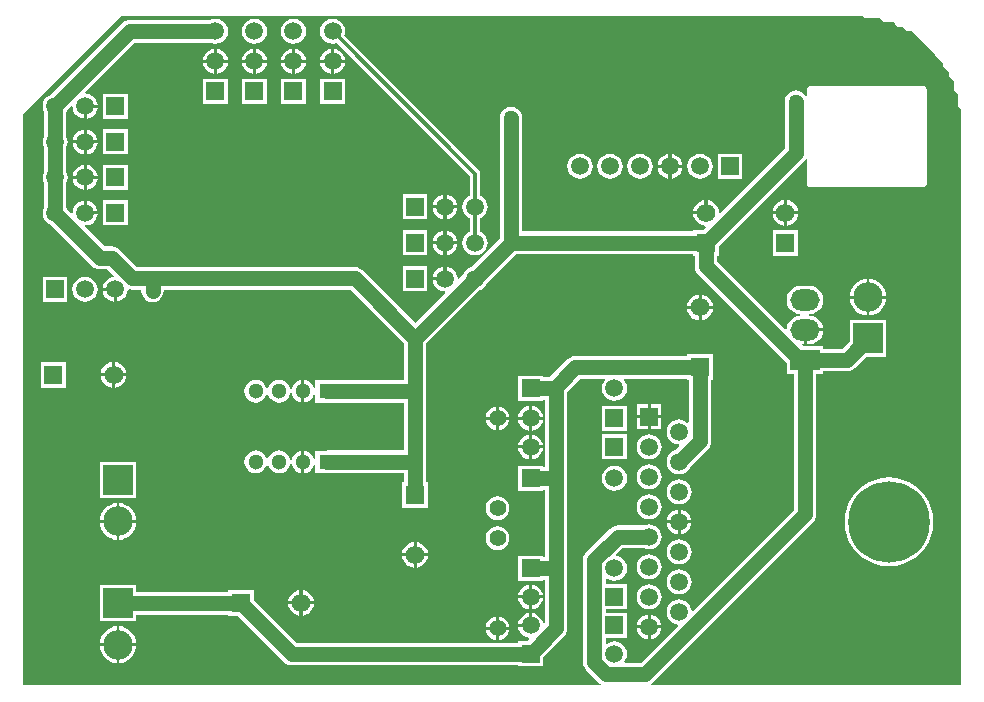
<source format=gbl>
%FSLAX42Y42*%
%MOMM*%
G71*
G01*
G75*
G04 Layer_Physical_Order=2*
G04 Layer_Color=16711680*
%ADD10R,1.55X0.90*%
%ADD11R,0.90X1.55*%
%ADD12R,1.50X1.50*%
%ADD13O,2.40X0.35*%
%ADD14R,1.70X1.00*%
%ADD15R,2.35X0.50*%
%ADD16R,2.50X2.35*%
%ADD17R,1.50X1.50*%
%ADD18R,2.10X1.40*%
%ADD19O,1.75X0.55*%
%ADD20O,0.55X1.75*%
%ADD21R,1.00X1.70*%
%ADD22C,0.30*%
%ADD23C,1.30*%
%ADD24C,1.50*%
%ADD25C,1.57*%
%ADD26R,1.57X1.57*%
%ADD27R,1.30X1.30*%
%ADD28C,1.30*%
%ADD29C,2.50*%
%ADD30R,2.50X2.50*%
%ADD31R,1.57X1.57*%
%ADD32C,6.90*%
%ADD33C,1.40*%
%ADD34R,2.50X1.80*%
%ADD35O,2.50X1.80*%
%ADD36C,1.27*%
G36*
X18618Y13589D02*
X18745D01*
X18771Y13564D01*
X18783Y13551D01*
X18860D01*
X18872Y13538D01*
X18898Y13513D01*
X18936D01*
X18974Y13475D01*
X19012D01*
X19215Y13271D01*
X19279Y13208D01*
Y13195D01*
Y13183D01*
X19304Y13157D01*
X19329Y13132D01*
Y13119D01*
Y13094D01*
X19342Y13081D01*
X19368Y13056D01*
Y13018D01*
Y12979D01*
X19393Y12954D01*
X19406Y12941D01*
Y12890D01*
Y12840D01*
X19418Y12827D01*
X19431Y12814D01*
Y12764D01*
Y12700D01*
Y7938D01*
X16806D01*
X16804Y7950D01*
X16807Y7951D01*
X16826Y7966D01*
X18178Y9318D01*
X18193Y9338D01*
X18203Y9361D01*
X18206Y9386D01*
X18206Y9386D01*
X18206Y9386D01*
Y9386D01*
Y10573D01*
X18265D01*
Y10598D01*
X18463D01*
X18488Y10601D01*
X18511Y10610D01*
X18531Y10626D01*
X18531Y10626D01*
X18531Y10626D01*
X18624Y10719D01*
X18799D01*
Y11029D01*
X18489D01*
Y10855D01*
X18423Y10789D01*
X18265D01*
Y10813D01*
X18093D01*
X18086Y10824D01*
X18087Y10826D01*
X18098D01*
Y10947D01*
X18110D01*
Y10960D01*
X18265D01*
X18262Y10979D01*
X18250Y11008D01*
X18231Y11033D01*
X18206Y11052D01*
X18177Y11064D01*
X18148Y11068D01*
Y11081D01*
X18177Y11084D01*
X18206Y11097D01*
X18231Y11116D01*
X18250Y11141D01*
X18262Y11170D01*
X18266Y11201D01*
X18262Y11233D01*
X18250Y11262D01*
X18231Y11287D01*
X18206Y11306D01*
X18177Y11318D01*
X18145Y11322D01*
X18075D01*
X18044Y11318D01*
X18015Y11306D01*
X17990Y11287D01*
X17970Y11262D01*
X17958Y11233D01*
X17954Y11201D01*
X17958Y11170D01*
X17970Y11141D01*
X17990Y11116D01*
X18015Y11097D01*
X18044Y11084D01*
X18072Y11081D01*
Y11068D01*
X18044Y11064D01*
X18015Y11052D01*
X17990Y11033D01*
X17970Y11008D01*
X17958Y10979D01*
X17955Y10957D01*
X17943Y10953D01*
X17368Y11529D01*
Y11575D01*
X17381D01*
Y11657D01*
X18102Y12378D01*
X18116Y12397D01*
X18128Y12393D01*
Y12186D01*
X18131Y12174D01*
X18137Y12164D01*
X18147Y12157D01*
X18159Y12155D01*
X19109D01*
X19121Y12157D01*
X19131Y12164D01*
X19137Y12174D01*
X19140Y12186D01*
Y12986D01*
X19137Y12997D01*
X19131Y13007D01*
X19121Y13014D01*
X19109Y13016D01*
X18159D01*
X18147Y13014D01*
X18137Y13007D01*
X18131Y12997D01*
X18128Y12986D01*
Y12931D01*
X18116Y12926D01*
X18102Y12946D01*
X18082Y12961D01*
X18059Y12970D01*
X18034Y12974D01*
X18009Y12970D01*
X17986Y12961D01*
X17966Y12946D01*
X17951Y12926D01*
X17941Y12903D01*
X17938Y12878D01*
Y12486D01*
X17393Y11940D01*
X17381Y11944D01*
X17378Y11966D01*
X17367Y11993D01*
X17350Y12016D01*
X17327Y12033D01*
X17300Y12044D01*
X17285Y12046D01*
Y11938D01*
X17272D01*
Y11925D01*
X17164D01*
X17166Y11910D01*
X17177Y11883D01*
X17194Y11860D01*
X17217Y11843D01*
X17244Y11832D01*
X17266Y11829D01*
X17270Y11817D01*
X17245Y11793D01*
X17163D01*
Y11780D01*
X15717D01*
Y12738D01*
X15714Y12763D01*
X15704Y12786D01*
X15689Y12806D01*
X15669Y12821D01*
X15646Y12831D01*
X15621Y12834D01*
X15596Y12831D01*
X15573Y12821D01*
X15553Y12806D01*
X15538Y12786D01*
X15528Y12763D01*
X15525Y12738D01*
Y11724D01*
X15279Y11477D01*
X15263Y11471D01*
X15241Y11454D01*
X15224Y11432D01*
X15218Y11417D01*
X15180Y11378D01*
X15168Y11382D01*
X15164Y11407D01*
X15154Y11432D01*
X15137Y11454D01*
X15115Y11471D01*
X15090Y11481D01*
X15075Y11483D01*
Y11379D01*
X15062D01*
Y11367D01*
X14958D01*
X14960Y11352D01*
X14970Y11326D01*
X14987Y11304D01*
X15009Y11287D01*
X15035Y11277D01*
X15059Y11274D01*
X15063Y11262D01*
X14808Y11007D01*
X14364Y11451D01*
X14344Y11466D01*
X14321Y11476D01*
X14296Y11479D01*
X12455D01*
X12310Y11625D01*
X12290Y11640D01*
X12267Y11650D01*
X12242Y11653D01*
X12181D01*
X12014Y11820D01*
X12018Y11832D01*
X12044Y11836D01*
X12070Y11846D01*
X12092Y11863D01*
X12109Y11885D01*
X12119Y11911D01*
X12121Y11925D01*
X12017D01*
Y11938D01*
X12004D01*
Y12042D01*
X11989Y12040D01*
X11964Y12030D01*
X11942Y12013D01*
X11925Y11991D01*
X11915Y11965D01*
X11911Y11939D01*
X11899Y11935D01*
X11863Y11971D01*
X11856Y11988D01*
Y12189D01*
X11865Y12211D01*
X11869Y12239D01*
X11865Y12266D01*
X11856Y12288D01*
Y12490D01*
X11865Y12512D01*
X11869Y12539D01*
X11865Y12567D01*
X11856Y12589D01*
Y12790D01*
X11861Y12802D01*
X11899Y12841D01*
X11911Y12837D01*
X11915Y12812D01*
X11925Y12787D01*
X11942Y12765D01*
X11964Y12748D01*
X11989Y12737D01*
X12004Y12735D01*
Y12840D01*
X12017D01*
Y12852D01*
X12121D01*
X12119Y12867D01*
X12109Y12893D01*
X12092Y12915D01*
X12070Y12931D01*
X12044Y12942D01*
X12020Y12945D01*
X12016Y12957D01*
X12438Y13379D01*
X13076D01*
X13092Y13372D01*
X13119Y13369D01*
X13147Y13372D01*
X13172Y13383D01*
X13194Y13400D01*
X13211Y13422D01*
X13221Y13447D01*
X13225Y13475D01*
X13221Y13502D01*
X13211Y13528D01*
X13194Y13550D01*
X13172Y13566D01*
X13147Y13577D01*
X13119Y13581D01*
X13092Y13577D01*
X13076Y13571D01*
X12398D01*
X12373Y13567D01*
X12360Y13562D01*
X12350Y13558D01*
X12330Y13542D01*
X11726Y12938D01*
X11710Y12931D01*
X11688Y12915D01*
X11671Y12893D01*
X11661Y12867D01*
X11657Y12840D01*
X11661Y12812D01*
X11664Y12803D01*
Y12576D01*
X11661Y12567D01*
X11657Y12539D01*
X11661Y12512D01*
X11664Y12503D01*
Y12275D01*
X11661Y12266D01*
X11657Y12239D01*
X11661Y12211D01*
X11664Y12202D01*
Y11975D01*
X11661Y11965D01*
X11657Y11938D01*
X11661Y11911D01*
X11671Y11885D01*
X11688Y11863D01*
X11710Y11846D01*
X11721Y11842D01*
X12073Y11489D01*
X12093Y11474D01*
X12103Y11470D01*
X12116Y11464D01*
X12141Y11461D01*
X12202D01*
X12257Y11406D01*
X12253Y11394D01*
X12241Y11393D01*
X12215Y11382D01*
X12193Y11365D01*
X12176Y11343D01*
X12166Y11318D01*
X12164Y11303D01*
X12268D01*
Y11290D01*
X12281D01*
Y11186D01*
X12296Y11188D01*
X12321Y11199D01*
X12343Y11215D01*
X12360Y11237D01*
X12370Y11263D01*
X12374Y11287D01*
X12385Y11293D01*
X12391Y11291D01*
X12391Y11291D01*
X12391Y11291D01*
D01*
X12391Y11291D01*
X12391Y11291D01*
X12416Y11287D01*
X12490D01*
Y11278D01*
X12493Y11253D01*
X12503Y11230D01*
X12518Y11210D01*
X12538Y11195D01*
X12561Y11185D01*
X12586Y11182D01*
X12611Y11185D01*
X12634Y11195D01*
X12653Y11210D01*
X12669Y11230D01*
X12678Y11253D01*
X12682Y11278D01*
Y11287D01*
X14256D01*
X14712Y10832D01*
Y10523D01*
X14059D01*
X14053Y10522D01*
X13964D01*
Y10454D01*
X13951Y10452D01*
X13942Y10475D01*
X13927Y10494D01*
X13907Y10510D01*
X13884Y10519D01*
X13872Y10521D01*
Y10427D01*
Y10333D01*
X13884Y10334D01*
X13907Y10344D01*
X13927Y10359D01*
X13942Y10379D01*
X13951Y10402D01*
X13964Y10399D01*
Y10332D01*
X14053D01*
X14059Y10331D01*
X14712D01*
Y9926D01*
X14059D01*
X14053Y9925D01*
X13964D01*
Y9857D01*
X13951Y9855D01*
X13942Y9878D01*
X13927Y9898D01*
X13907Y9913D01*
X13884Y9922D01*
X13872Y9924D01*
Y9830D01*
Y9736D01*
X13884Y9737D01*
X13907Y9747D01*
X13927Y9762D01*
X13942Y9782D01*
X13951Y9805D01*
X13964Y9802D01*
Y9735D01*
X14053D01*
X14059Y9734D01*
X14712D01*
Y9659D01*
X14699D01*
Y9442D01*
X14917D01*
Y9659D01*
X14904D01*
Y10832D01*
X15354Y11281D01*
X15369Y11287D01*
X15391Y11304D01*
X15408Y11326D01*
X15414Y11342D01*
X15661Y11588D01*
X17163D01*
Y11575D01*
X17176D01*
Y11489D01*
X17179Y11464D01*
X17179Y11464D01*
X17179Y11464D01*
X17189Y11441D01*
X17204Y11421D01*
X17955Y10670D01*
Y10573D01*
X18014D01*
Y9425D01*
X17160Y8571D01*
X17148Y8575D01*
X17146Y8587D01*
X17136Y8613D01*
X17119Y8635D01*
X17097Y8652D01*
X17071Y8662D01*
X17044Y8666D01*
X17016Y8662D01*
X16991Y8652D01*
X16969Y8635D01*
X16952Y8613D01*
X16942Y8587D01*
X16938Y8560D01*
X16942Y8532D01*
X16952Y8507D01*
X16969Y8485D01*
X16991Y8468D01*
X17016Y8458D01*
X17029Y8456D01*
X17033Y8444D01*
X16719Y8130D01*
X16586D01*
X16581Y8141D01*
X16588Y8151D01*
X16599Y8177D01*
X16603Y8204D01*
X16599Y8232D01*
X16588Y8257D01*
X16572Y8279D01*
X16550Y8296D01*
X16524Y8306D01*
X16497Y8310D01*
X16469Y8306D01*
X16444Y8296D01*
X16434Y8288D01*
X16423Y8294D01*
Y8340D01*
X16602D01*
Y8550D01*
X16423D01*
Y8582D01*
X16602D01*
Y8792D01*
X16423D01*
Y8838D01*
X16434Y8844D01*
X16444Y8836D01*
X16469Y8826D01*
X16497Y8822D01*
X16524Y8826D01*
X16550Y8836D01*
X16572Y8853D01*
X16588Y8875D01*
X16599Y8901D01*
X16603Y8928D01*
X16599Y8956D01*
X16588Y8981D01*
X16572Y9003D01*
X16550Y9020D01*
X16524Y9030D01*
X16512Y9032D01*
X16508Y9044D01*
X16563Y9099D01*
X16747D01*
X16762Y9093D01*
X16790Y9089D01*
X16817Y9093D01*
X16843Y9103D01*
X16865Y9120D01*
X16882Y9142D01*
X16892Y9167D01*
X16896Y9195D01*
X16892Y9222D01*
X16882Y9248D01*
X16865Y9270D01*
X16843Y9287D01*
X16817Y9297D01*
X16790Y9301D01*
X16762Y9297D01*
X16747Y9291D01*
X16523D01*
X16498Y9287D01*
X16475Y9278D01*
X16455Y9263D01*
X16259Y9066D01*
X16244Y9046D01*
X16234Y9023D01*
X16231Y8999D01*
Y8134D01*
X16234Y8109D01*
X16234Y8109D01*
X16234Y8109D01*
X16244Y8086D01*
X16259Y8066D01*
X16359Y7966D01*
X16378Y7951D01*
X16381Y7950D01*
X16379Y7938D01*
X11493D01*
Y12776D01*
X12319Y13602D01*
X18605D01*
X18618Y13589D01*
D02*
G37*
%LPC*%
G36*
X15774Y9944D02*
X15682D01*
X15684Y9929D01*
X15695Y9904D01*
X15712Y9882D01*
X15734Y9865D01*
X15759Y9855D01*
X15774Y9853D01*
Y9944D01*
D02*
G37*
G36*
X15891D02*
X15799D01*
Y9853D01*
X15814Y9855D01*
X15840Y9865D01*
X15862Y9882D01*
X15878Y9904D01*
X15889Y9929D01*
X15891Y9944D01*
D02*
G37*
G36*
X16602Y10062D02*
X16392D01*
Y9852D01*
X16602D01*
Y10062D01*
D02*
G37*
G36*
X16790Y10063D02*
X16762Y10059D01*
X16737Y10049D01*
X16715Y10032D01*
X16698Y10010D01*
X16688Y9984D01*
X16684Y9957D01*
X16688Y9929D01*
X16698Y9904D01*
X16715Y9882D01*
X16737Y9865D01*
X16762Y9855D01*
X16790Y9851D01*
X16817Y9855D01*
X16843Y9865D01*
X16865Y9882D01*
X16882Y9904D01*
X16892Y9929D01*
X16896Y9957D01*
X16892Y9984D01*
X16882Y10010D01*
X16865Y10032D01*
X16843Y10049D01*
X16817Y10059D01*
X16790Y10063D01*
D02*
G37*
G36*
X15774Y10061D02*
X15759Y10059D01*
X15734Y10049D01*
X15712Y10032D01*
X15695Y10010D01*
X15684Y9984D01*
X15682Y9969D01*
X15774D01*
Y10061D01*
D02*
G37*
G36*
Y10185D02*
X15682D01*
X15684Y10171D01*
X15695Y10145D01*
X15712Y10123D01*
X15734Y10106D01*
X15759Y10096D01*
X15774Y10094D01*
Y10185D01*
D02*
G37*
G36*
X15891D02*
X15799D01*
Y10094D01*
X15814Y10096D01*
X15840Y10106D01*
X15862Y10123D01*
X15878Y10145D01*
X15889Y10171D01*
X15891Y10185D01*
D02*
G37*
G36*
X15799Y10061D02*
Y9969D01*
X15891D01*
X15889Y9984D01*
X15878Y10010D01*
X15862Y10032D01*
X15840Y10049D01*
X15814Y10059D01*
X15799Y10061D01*
D02*
G37*
G36*
X16602Y10303D02*
X16392D01*
Y10093D01*
X16602D01*
Y10303D01*
D02*
G37*
G36*
X12306Y9479D02*
Y9337D01*
X12448D01*
X12446Y9355D01*
X12437Y9384D01*
X12423Y9411D01*
X12404Y9435D01*
X12380Y9454D01*
X12353Y9468D01*
X12324Y9477D01*
X12306Y9479D01*
D02*
G37*
G36*
X16790Y9555D02*
X16762Y9551D01*
X16737Y9541D01*
X16715Y9524D01*
X16698Y9502D01*
X16688Y9476D01*
X16684Y9449D01*
X16688Y9421D01*
X16698Y9396D01*
X16715Y9374D01*
X16737Y9357D01*
X16762Y9347D01*
X16790Y9343D01*
X16817Y9347D01*
X16843Y9357D01*
X16865Y9374D01*
X16882Y9396D01*
X16892Y9421D01*
X16896Y9449D01*
X16892Y9476D01*
X16882Y9502D01*
X16865Y9524D01*
X16843Y9541D01*
X16817Y9551D01*
X16790Y9555D01*
D02*
G37*
G36*
X15507Y9537D02*
X15481Y9534D01*
X15456Y9523D01*
X15435Y9507D01*
X15419Y9487D01*
X15409Y9462D01*
X15406Y9436D01*
X15409Y9410D01*
X15419Y9386D01*
X15435Y9365D01*
X15456Y9349D01*
X15481Y9339D01*
X15507Y9335D01*
X15533Y9339D01*
X15557Y9349D01*
X15578Y9365D01*
X15594Y9386D01*
X15604Y9410D01*
X15608Y9436D01*
X15604Y9462D01*
X15594Y9487D01*
X15578Y9507D01*
X15557Y9523D01*
X15533Y9534D01*
X15507Y9537D01*
D02*
G37*
G36*
X12281Y9479D02*
X12263Y9477D01*
X12234Y9468D01*
X12207Y9454D01*
X12183Y9435D01*
X12164Y9411D01*
X12150Y9384D01*
X12141Y9355D01*
X12139Y9337D01*
X12281D01*
Y9479D01*
D02*
G37*
G36*
X17044Y9682D02*
X17016Y9678D01*
X16991Y9668D01*
X16969Y9651D01*
X16952Y9629D01*
X16942Y9603D01*
X16938Y9576D01*
X16942Y9548D01*
X16952Y9523D01*
X16969Y9501D01*
X16991Y9484D01*
X17016Y9474D01*
X17044Y9470D01*
X17071Y9474D01*
X17097Y9484D01*
X17119Y9501D01*
X17136Y9523D01*
X17146Y9548D01*
X17150Y9576D01*
X17146Y9603D01*
X17136Y9629D01*
X17119Y9651D01*
X17097Y9668D01*
X17071Y9678D01*
X17044Y9682D01*
D02*
G37*
G36*
X16790Y9809D02*
X16762Y9805D01*
X16737Y9795D01*
X16715Y9778D01*
X16698Y9756D01*
X16688Y9730D01*
X16684Y9703D01*
X16688Y9675D01*
X16698Y9650D01*
X16715Y9628D01*
X16737Y9611D01*
X16762Y9601D01*
X16790Y9597D01*
X16817Y9601D01*
X16843Y9611D01*
X16865Y9628D01*
X16882Y9650D01*
X16892Y9675D01*
X16896Y9703D01*
X16892Y9730D01*
X16882Y9756D01*
X16865Y9778D01*
X16843Y9795D01*
X16817Y9805D01*
X16790Y9809D01*
D02*
G37*
G36*
X13659Y9926D02*
X13634Y9922D01*
X13611Y9913D01*
X13591Y9898D01*
X13576Y9878D01*
X13566Y9855D01*
X13565Y9846D01*
X13553D01*
X13551Y9855D01*
X13542Y9878D01*
X13527Y9898D01*
X13507Y9913D01*
X13484Y9922D01*
X13459Y9926D01*
X13434Y9922D01*
X13411Y9913D01*
X13391Y9898D01*
X13376Y9878D01*
X13366Y9855D01*
X13363Y9830D01*
X13366Y9805D01*
X13376Y9782D01*
X13391Y9762D01*
X13411Y9747D01*
X13434Y9737D01*
X13459Y9734D01*
X13484Y9737D01*
X13507Y9747D01*
X13527Y9762D01*
X13542Y9782D01*
X13551Y9805D01*
X13553Y9813D01*
X13565D01*
X13566Y9805D01*
X13576Y9782D01*
X13591Y9762D01*
X13611Y9747D01*
X13634Y9737D01*
X13659Y9734D01*
X13684Y9737D01*
X13707Y9747D01*
X13727Y9762D01*
X13742Y9782D01*
X13751Y9805D01*
X13753Y9813D01*
X13765D01*
X13766Y9805D01*
X13776Y9782D01*
X13791Y9762D01*
X13811Y9747D01*
X13834Y9737D01*
X13846Y9736D01*
Y9830D01*
Y9924D01*
X13834Y9922D01*
X13811Y9913D01*
X13791Y9898D01*
X13776Y9878D01*
X13766Y9855D01*
X13765Y9846D01*
X13753D01*
X13751Y9855D01*
X13742Y9878D01*
X13727Y9898D01*
X13707Y9913D01*
X13684Y9922D01*
X13659Y9926D01*
D02*
G37*
G36*
X12449Y9830D02*
X12139D01*
Y9520D01*
X12449D01*
Y9830D01*
D02*
G37*
G36*
X16497Y9796D02*
X16469Y9792D01*
X16444Y9782D01*
X16422Y9765D01*
X16405Y9743D01*
X16394Y9718D01*
X16391Y9690D01*
X16394Y9663D01*
X16405Y9637D01*
X16422Y9615D01*
X16444Y9598D01*
X16469Y9588D01*
X16497Y9584D01*
X16524Y9588D01*
X16550Y9598D01*
X16572Y9615D01*
X16588Y9637D01*
X16599Y9663D01*
X16603Y9690D01*
X16599Y9718D01*
X16588Y9743D01*
X16572Y9765D01*
X16550Y9782D01*
X16524Y9792D01*
X16497Y9796D01*
D02*
G37*
G36*
X15494Y10185D02*
X15408D01*
X15409Y10172D01*
X15419Y10148D01*
X15435Y10127D01*
X15456Y10111D01*
X15481Y10101D01*
X15494Y10099D01*
Y10185D01*
D02*
G37*
G36*
X12243Y10554D02*
X12147D01*
X12150Y10538D01*
X12161Y10512D01*
X12178Y10489D01*
X12201Y10471D01*
X12227Y10460D01*
X12243Y10458D01*
Y10554D01*
D02*
G37*
G36*
X12364D02*
X12268D01*
Y10458D01*
X12284Y10460D01*
X12310Y10471D01*
X12333Y10489D01*
X12350Y10512D01*
X12361Y10538D01*
X12364Y10554D01*
D02*
G37*
G36*
X13659Y10523D02*
X13634Y10519D01*
X13611Y10510D01*
X13591Y10494D01*
X13576Y10475D01*
X13566Y10451D01*
X13565Y10443D01*
X13553D01*
X13551Y10451D01*
X13542Y10475D01*
X13527Y10494D01*
X13507Y10510D01*
X13484Y10519D01*
X13459Y10523D01*
X13434Y10519D01*
X13411Y10510D01*
X13391Y10494D01*
X13376Y10475D01*
X13366Y10451D01*
X13363Y10427D01*
X13366Y10402D01*
X13376Y10379D01*
X13391Y10359D01*
X13411Y10344D01*
X13434Y10334D01*
X13459Y10331D01*
X13484Y10334D01*
X13507Y10344D01*
X13527Y10359D01*
X13542Y10379D01*
X13551Y10402D01*
X13553Y10410D01*
X13565D01*
X13566Y10402D01*
X13576Y10379D01*
X13591Y10359D01*
X13611Y10344D01*
X13634Y10334D01*
X13659Y10331D01*
X13684Y10334D01*
X13707Y10344D01*
X13727Y10359D01*
X13742Y10379D01*
X13751Y10402D01*
X13753Y10410D01*
X13765D01*
X13766Y10402D01*
X13776Y10379D01*
X13791Y10359D01*
X13811Y10344D01*
X13834Y10334D01*
X13846Y10333D01*
Y10427D01*
Y10521D01*
X13834Y10519D01*
X13811Y10510D01*
X13791Y10494D01*
X13776Y10475D01*
X13766Y10451D01*
X13765Y10443D01*
X13753D01*
X13751Y10451D01*
X13742Y10475D01*
X13727Y10494D01*
X13707Y10510D01*
X13684Y10519D01*
X13659Y10523D01*
D02*
G37*
G36*
X11856Y10675D02*
X11639D01*
Y10458D01*
X11856D01*
Y10675D01*
D02*
G37*
G36*
X17330Y10739D02*
X17112D01*
Y10726D01*
X16167D01*
X16142Y10722D01*
X16119Y10713D01*
X16099Y10698D01*
X15950Y10548D01*
X15892D01*
Y10557D01*
X15682D01*
Y10347D01*
X15892D01*
Y10356D01*
X15906D01*
Y9786D01*
X15892D01*
Y9795D01*
X15682D01*
Y9585D01*
X15892D01*
Y9594D01*
X15906D01*
Y9024D01*
X15892D01*
Y9033D01*
X15682D01*
Y8823D01*
X15892D01*
Y8832D01*
X15906D01*
Y8465D01*
X15896Y8458D01*
X15891Y8460D01*
X15889Y8473D01*
X15878Y8498D01*
X15862Y8520D01*
X15840Y8537D01*
X15814Y8548D01*
X15799Y8550D01*
Y8446D01*
X15787D01*
Y8433D01*
X15682D01*
X15684Y8418D01*
X15695Y8393D01*
X15712Y8371D01*
X15734Y8354D01*
X15759Y8343D01*
X15772Y8341D01*
X15776Y8329D01*
X15756Y8309D01*
X15682D01*
Y8300D01*
X13806D01*
X13444Y8663D01*
Y8745D01*
X13226D01*
Y8729D01*
X12449D01*
Y8788D01*
X12139D01*
Y8478D01*
X12449D01*
Y8537D01*
X13226D01*
Y8527D01*
X13308D01*
X13699Y8136D01*
X13719Y8121D01*
D01*
D01*
Y8121D01*
X13719Y8121D01*
D01*
D01*
X13719D01*
Y8121D01*
D01*
X13719D01*
Y8121D01*
X13742Y8112D01*
X13767Y8108D01*
X15682D01*
Y8099D01*
X15892D01*
Y8174D01*
X16070Y8352D01*
X16085Y8372D01*
X16095Y8395D01*
X16098Y8419D01*
Y8928D01*
Y9690D01*
Y10425D01*
X16207Y10534D01*
X16413D01*
X16419Y10523D01*
X16405Y10505D01*
X16394Y10480D01*
X16391Y10452D01*
X16394Y10425D01*
X16405Y10399D01*
X16422Y10377D01*
X16444Y10360D01*
X16469Y10350D01*
X16497Y10346D01*
X16524Y10350D01*
X16550Y10360D01*
X16572Y10377D01*
X16588Y10399D01*
X16599Y10425D01*
X16603Y10452D01*
X16599Y10480D01*
X16588Y10505D01*
X16575Y10523D01*
X16581Y10534D01*
X17112D01*
Y10521D01*
X17125D01*
Y10168D01*
X17114Y10162D01*
X17097Y10176D01*
X17071Y10186D01*
X17044Y10190D01*
X17016Y10186D01*
X16991Y10176D01*
X16969Y10159D01*
X16952Y10137D01*
X16942Y10111D01*
X16938Y10084D01*
X16942Y10056D01*
X16952Y10031D01*
X16969Y10009D01*
X16991Y9992D01*
X17016Y9982D01*
X17041Y9978D01*
X17045Y9966D01*
X17007Y9928D01*
X16991Y9922D01*
X16969Y9905D01*
X16952Y9883D01*
X16942Y9857D01*
X16938Y9830D01*
X16942Y9802D01*
X16952Y9777D01*
X16969Y9755D01*
X16991Y9738D01*
X17016Y9728D01*
X17044Y9724D01*
X17071Y9728D01*
X17097Y9738D01*
X17119Y9755D01*
X17136Y9777D01*
X17142Y9792D01*
X17289Y9939D01*
X17304Y9959D01*
X17308Y9969D01*
X17314Y9982D01*
X17317Y10007D01*
Y10521D01*
X17330D01*
Y10739D01*
D02*
G37*
G36*
X18265Y10935D02*
X18123D01*
Y10826D01*
X18145D01*
X18177Y10830D01*
X18206Y10843D01*
X18231Y10862D01*
X18250Y10887D01*
X18262Y10916D01*
X18265Y10935D01*
D02*
G37*
G36*
X17209Y11125D02*
X17113D01*
X17115Y11110D01*
X17126Y11083D01*
X17144Y11060D01*
X17166Y11043D01*
X17193Y11032D01*
X17209Y11030D01*
Y11125D01*
D02*
G37*
G36*
X12243Y10674D02*
X12227Y10672D01*
X12201Y10661D01*
X12178Y10644D01*
X12161Y10621D01*
X12150Y10595D01*
X12147Y10579D01*
X12243D01*
Y10674D01*
D02*
G37*
G36*
X12268D02*
Y10579D01*
X12364D01*
X12361Y10595D01*
X12350Y10621D01*
X12333Y10644D01*
X12310Y10661D01*
X12284Y10672D01*
X12268Y10674D01*
D02*
G37*
G36*
X16895Y10198D02*
X16803D01*
Y10106D01*
X16895D01*
Y10198D01*
D02*
G37*
G36*
X15494Y10297D02*
X15481Y10296D01*
X15456Y10285D01*
X15435Y10269D01*
X15419Y10249D01*
X15409Y10224D01*
X15408Y10211D01*
X15494D01*
Y10297D01*
D02*
G37*
G36*
X15606Y10185D02*
X15519D01*
Y10099D01*
X15533Y10101D01*
X15557Y10111D01*
X15578Y10127D01*
X15594Y10148D01*
X15604Y10172D01*
X15606Y10185D01*
D02*
G37*
G36*
X16777Y10198D02*
X16685D01*
Y10106D01*
X16777D01*
Y10198D01*
D02*
G37*
G36*
X15519Y10297D02*
Y10211D01*
X15606D01*
X15604Y10224D01*
X15594Y10249D01*
X15578Y10269D01*
X15557Y10285D01*
X15533Y10296D01*
X15519Y10297D01*
D02*
G37*
G36*
X16777Y10316D02*
X16685D01*
Y10224D01*
X16777D01*
Y10316D01*
D02*
G37*
G36*
X16895D02*
X16803D01*
Y10224D01*
X16895D01*
Y10316D01*
D02*
G37*
G36*
X15774Y10302D02*
X15759Y10300D01*
X15734Y10290D01*
X15712Y10273D01*
X15695Y10251D01*
X15684Y10226D01*
X15682Y10211D01*
X15774D01*
Y10302D01*
D02*
G37*
G36*
X15799D02*
Y10211D01*
X15891D01*
X15889Y10226D01*
X15878Y10251D01*
X15862Y10273D01*
X15840Y10290D01*
X15814Y10300D01*
X15799Y10302D01*
D02*
G37*
G36*
X16803Y8537D02*
Y8446D01*
X16894D01*
X16892Y8460D01*
X16882Y8486D01*
X16865Y8508D01*
X16843Y8525D01*
X16817Y8535D01*
X16803Y8537D01*
D02*
G37*
G36*
X15774Y8550D02*
X15759Y8548D01*
X15734Y8537D01*
X15712Y8520D01*
X15695Y8498D01*
X15684Y8473D01*
X15682Y8458D01*
X15774D01*
Y8550D01*
D02*
G37*
G36*
X15519Y8519D02*
Y8433D01*
X15606D01*
X15604Y8446D01*
X15594Y8471D01*
X15578Y8491D01*
X15557Y8507D01*
X15533Y8518D01*
X15519Y8519D01*
D02*
G37*
G36*
X16777Y8537D02*
X16762Y8535D01*
X16737Y8525D01*
X16715Y8508D01*
X16698Y8486D01*
X16688Y8460D01*
X16686Y8446D01*
X16777D01*
Y8537D01*
D02*
G37*
G36*
X13830Y8623D02*
X13735D01*
X13737Y8608D01*
X13748Y8581D01*
X13765Y8558D01*
X13788Y8541D01*
X13815Y8530D01*
X13830Y8528D01*
Y8623D01*
D02*
G37*
G36*
X15774Y8674D02*
X15682D01*
X15684Y8659D01*
X15695Y8634D01*
X15712Y8612D01*
X15734Y8595D01*
X15759Y8585D01*
X15774Y8583D01*
Y8674D01*
D02*
G37*
G36*
X15891D02*
X15799D01*
Y8583D01*
X15814Y8585D01*
X15840Y8595D01*
X15862Y8612D01*
X15878Y8634D01*
X15889Y8659D01*
X15891Y8674D01*
D02*
G37*
G36*
X13951Y8623D02*
X13856D01*
Y8528D01*
X13871Y8530D01*
X13898Y8541D01*
X13921Y8558D01*
X13938Y8581D01*
X13949Y8608D01*
X13951Y8623D01*
D02*
G37*
G36*
X16790Y8793D02*
X16762Y8789D01*
X16737Y8779D01*
X16715Y8762D01*
X16698Y8740D01*
X16688Y8714D01*
X16684Y8687D01*
X16688Y8659D01*
X16698Y8634D01*
X16715Y8612D01*
X16737Y8595D01*
X16762Y8585D01*
X16790Y8581D01*
X16817Y8585D01*
X16843Y8595D01*
X16865Y8612D01*
X16882Y8634D01*
X16892Y8659D01*
X16896Y8687D01*
X16892Y8714D01*
X16882Y8740D01*
X16865Y8762D01*
X16843Y8779D01*
X16817Y8789D01*
X16790Y8793D01*
D02*
G37*
G36*
X12281Y8438D02*
X12263Y8436D01*
X12234Y8427D01*
X12207Y8413D01*
X12183Y8393D01*
X12164Y8370D01*
X12150Y8343D01*
X12141Y8314D01*
X12139Y8296D01*
X12281D01*
Y8438D01*
D02*
G37*
G36*
X12306D02*
Y8296D01*
X12448D01*
X12446Y8314D01*
X12437Y8343D01*
X12423Y8370D01*
X12404Y8393D01*
X12380Y8413D01*
X12353Y8427D01*
X12324Y8436D01*
X12306Y8438D01*
D02*
G37*
G36*
X12281Y8271D02*
X12139D01*
X12141Y8253D01*
X12150Y8224D01*
X12164Y8197D01*
X12183Y8173D01*
X12207Y8154D01*
X12234Y8139D01*
X12263Y8130D01*
X12281Y8129D01*
Y8271D01*
D02*
G37*
G36*
X12448D02*
X12306D01*
Y8129D01*
X12324Y8130D01*
X12353Y8139D01*
X12380Y8154D01*
X12404Y8173D01*
X12423Y8197D01*
X12437Y8224D01*
X12446Y8253D01*
X12448Y8271D01*
D02*
G37*
G36*
X15494Y8407D02*
X15408D01*
X15409Y8394D01*
X15419Y8370D01*
X15435Y8349D01*
X15456Y8333D01*
X15481Y8323D01*
X15494Y8321D01*
Y8407D01*
D02*
G37*
G36*
X16894Y8420D02*
X16803D01*
Y8329D01*
X16817Y8331D01*
X16843Y8341D01*
X16865Y8358D01*
X16882Y8380D01*
X16892Y8405D01*
X16894Y8420D01*
D02*
G37*
G36*
X15494Y8519D02*
X15481Y8518D01*
X15456Y8507D01*
X15435Y8491D01*
X15419Y8471D01*
X15409Y8446D01*
X15408Y8433D01*
X15494D01*
Y8519D01*
D02*
G37*
G36*
X15606Y8407D02*
X15519D01*
Y8321D01*
X15533Y8323D01*
X15557Y8333D01*
X15578Y8349D01*
X15594Y8370D01*
X15604Y8394D01*
X15606Y8407D01*
D02*
G37*
G36*
X16777Y8420D02*
X16686D01*
X16688Y8405D01*
X16698Y8380D01*
X16715Y8358D01*
X16737Y8341D01*
X16762Y8331D01*
X16777Y8329D01*
Y8420D01*
D02*
G37*
G36*
X13830Y8744D02*
X13815Y8742D01*
X13788Y8731D01*
X13765Y8714D01*
X13748Y8691D01*
X13737Y8664D01*
X13735Y8649D01*
X13830D01*
Y8744D01*
D02*
G37*
G36*
X15507Y9283D02*
X15481Y9280D01*
X15456Y9269D01*
X15435Y9253D01*
X15419Y9233D01*
X15409Y9208D01*
X15406Y9182D01*
X15409Y9156D01*
X15419Y9132D01*
X15435Y9111D01*
X15456Y9095D01*
X15481Y9085D01*
X15507Y9081D01*
X15533Y9085D01*
X15557Y9095D01*
X15578Y9111D01*
X15594Y9132D01*
X15604Y9156D01*
X15608Y9182D01*
X15604Y9208D01*
X15594Y9233D01*
X15578Y9253D01*
X15557Y9269D01*
X15533Y9280D01*
X15507Y9283D01*
D02*
G37*
G36*
X12281Y9312D02*
X12139D01*
X12141Y9294D01*
X12150Y9265D01*
X12164Y9238D01*
X12183Y9214D01*
X12207Y9195D01*
X12234Y9181D01*
X12263Y9172D01*
X12281Y9170D01*
Y9312D01*
D02*
G37*
G36*
X14796Y9150D02*
X14780Y9148D01*
X14753Y9137D01*
X14731Y9120D01*
X14713Y9097D01*
X14702Y9071D01*
X14700Y9055D01*
X14796D01*
Y9150D01*
D02*
G37*
G36*
X14821D02*
Y9055D01*
X14916D01*
X14914Y9071D01*
X14903Y9097D01*
X14886Y9120D01*
X14863Y9137D01*
X14837Y9148D01*
X14821Y9150D01*
D02*
G37*
G36*
X12448Y9312D02*
X12306D01*
Y9170D01*
X12324Y9172D01*
X12353Y9181D01*
X12380Y9195D01*
X12404Y9214D01*
X12423Y9238D01*
X12437Y9265D01*
X12446Y9294D01*
X12448Y9312D01*
D02*
G37*
G36*
X17031Y9426D02*
X17016Y9424D01*
X16991Y9414D01*
X16969Y9397D01*
X16952Y9375D01*
X16942Y9349D01*
X16940Y9335D01*
X17031D01*
Y9426D01*
D02*
G37*
G36*
X17057D02*
Y9335D01*
X17148D01*
X17146Y9349D01*
X17136Y9375D01*
X17119Y9397D01*
X17097Y9414D01*
X17071Y9424D01*
X17057Y9426D01*
D02*
G37*
G36*
X17031Y9309D02*
X16940D01*
X16942Y9294D01*
X16952Y9269D01*
X16969Y9247D01*
X16991Y9230D01*
X17016Y9220D01*
X17031Y9218D01*
Y9309D01*
D02*
G37*
G36*
X17148D02*
X17057D01*
Y9218D01*
X17071Y9220D01*
X17097Y9230D01*
X17119Y9247D01*
X17136Y9269D01*
X17146Y9294D01*
X17148Y9309D01*
D02*
G37*
G36*
X15799Y8791D02*
Y8700D01*
X15891D01*
X15889Y8714D01*
X15878Y8740D01*
X15862Y8762D01*
X15840Y8779D01*
X15814Y8789D01*
X15799Y8791D01*
D02*
G37*
G36*
X17044Y8920D02*
X17016Y8916D01*
X16991Y8906D01*
X16969Y8889D01*
X16952Y8867D01*
X16942Y8841D01*
X16938Y8814D01*
X16942Y8786D01*
X16952Y8761D01*
X16969Y8739D01*
X16991Y8722D01*
X17016Y8712D01*
X17044Y8708D01*
X17071Y8712D01*
X17097Y8722D01*
X17119Y8739D01*
X17136Y8761D01*
X17146Y8786D01*
X17150Y8814D01*
X17146Y8841D01*
X17136Y8867D01*
X17119Y8889D01*
X17097Y8906D01*
X17071Y8916D01*
X17044Y8920D01*
D02*
G37*
G36*
X13856Y8744D02*
Y8649D01*
X13951D01*
X13949Y8664D01*
X13938Y8691D01*
X13921Y8714D01*
X13898Y8731D01*
X13871Y8742D01*
X13856Y8744D01*
D02*
G37*
G36*
X15774Y8791D02*
X15759Y8789D01*
X15734Y8779D01*
X15712Y8762D01*
X15695Y8740D01*
X15684Y8714D01*
X15682Y8700D01*
X15774D01*
Y8791D01*
D02*
G37*
G36*
X16790Y9047D02*
X16762Y9043D01*
X16737Y9033D01*
X16715Y9016D01*
X16698Y8994D01*
X16688Y8968D01*
X16684Y8941D01*
X16688Y8913D01*
X16698Y8888D01*
X16715Y8866D01*
X16737Y8849D01*
X16762Y8839D01*
X16790Y8835D01*
X16817Y8839D01*
X16843Y8849D01*
X16865Y8866D01*
X16882Y8888D01*
X16892Y8913D01*
X16896Y8941D01*
X16892Y8968D01*
X16882Y8994D01*
X16865Y9016D01*
X16843Y9033D01*
X16817Y9043D01*
X16790Y9047D01*
D02*
G37*
G36*
X18821Y9698D02*
X18762Y9693D01*
X18705Y9680D01*
X18650Y9657D01*
X18600Y9626D01*
X18555Y9588D01*
X18517Y9543D01*
X18486Y9493D01*
X18463Y9438D01*
X18449Y9381D01*
X18445Y9322D01*
X18449Y9263D01*
X18463Y9206D01*
X18486Y9151D01*
X18517Y9101D01*
X18555Y9056D01*
X18600Y9017D01*
X18650Y8987D01*
X18705Y8964D01*
X18762Y8950D01*
X18821Y8946D01*
X18880Y8950D01*
X18937Y8964D01*
X18992Y8987D01*
X19042Y9017D01*
X19087Y9056D01*
X19125Y9101D01*
X19156Y9151D01*
X19179Y9206D01*
X19192Y9263D01*
X19197Y9322D01*
X19192Y9381D01*
X19179Y9438D01*
X19156Y9493D01*
X19125Y9543D01*
X19087Y9588D01*
X19042Y9626D01*
X18992Y9657D01*
X18937Y9680D01*
X18880Y9693D01*
X18821Y9698D01*
D02*
G37*
G36*
X17044Y9174D02*
X17016Y9170D01*
X16991Y9160D01*
X16969Y9143D01*
X16952Y9121D01*
X16942Y9095D01*
X16938Y9068D01*
X16942Y9040D01*
X16952Y9015D01*
X16969Y8993D01*
X16991Y8976D01*
X17016Y8966D01*
X17044Y8962D01*
X17071Y8966D01*
X17097Y8976D01*
X17119Y8993D01*
X17136Y9015D01*
X17146Y9040D01*
X17150Y9068D01*
X17146Y9095D01*
X17136Y9121D01*
X17119Y9143D01*
X17097Y9160D01*
X17071Y9170D01*
X17044Y9174D01*
D02*
G37*
G36*
X14796Y9030D02*
X14700D01*
X14702Y9014D01*
X14713Y8988D01*
X14731Y8965D01*
X14753Y8947D01*
X14780Y8936D01*
X14796Y8934D01*
Y9030D01*
D02*
G37*
G36*
X14916D02*
X14821D01*
Y8934D01*
X14837Y8936D01*
X14863Y8947D01*
X14886Y8965D01*
X14903Y8988D01*
X14914Y9014D01*
X14916Y9030D01*
D02*
G37*
G36*
X12004Y12643D02*
X11989Y12641D01*
X11964Y12631D01*
X11942Y12614D01*
X11925Y12592D01*
X11915Y12567D01*
X11913Y12552D01*
X12004D01*
Y12643D01*
D02*
G37*
G36*
X12030D02*
Y12552D01*
X12121D01*
X12119Y12567D01*
X12109Y12592D01*
X12092Y12614D01*
X12070Y12631D01*
X12044Y12641D01*
X12030Y12643D01*
D02*
G37*
G36*
X12004Y12526D02*
X11913D01*
X11915Y12512D01*
X11925Y12486D01*
X11942Y12464D01*
X11964Y12447D01*
X11989Y12437D01*
X12004Y12435D01*
Y12526D01*
D02*
G37*
G36*
X12121D02*
X12030D01*
Y12435D01*
X12044Y12437D01*
X12070Y12447D01*
X12092Y12464D01*
X12109Y12486D01*
X12119Y12512D01*
X12121Y12526D01*
D02*
G37*
G36*
X12376Y12945D02*
X12166D01*
Y12735D01*
X12376D01*
Y12945D01*
D02*
G37*
G36*
X13554Y13072D02*
X13344D01*
Y12862D01*
X13554D01*
Y13072D01*
D02*
G37*
G36*
X13885D02*
X13674D01*
Y12862D01*
X13885D01*
Y13072D01*
D02*
G37*
G36*
X12121Y12827D02*
X12030D01*
Y12735D01*
X12044Y12737D01*
X12070Y12748D01*
X12092Y12765D01*
X12109Y12787D01*
X12119Y12812D01*
X12121Y12827D01*
D02*
G37*
G36*
X13224Y13072D02*
X13014D01*
Y12862D01*
X13224D01*
Y13072D01*
D02*
G37*
G36*
X16954Y12319D02*
X16863D01*
X16865Y12304D01*
X16875Y12279D01*
X16892Y12257D01*
X16914Y12240D01*
X16940Y12229D01*
X16954Y12227D01*
Y12319D01*
D02*
G37*
G36*
X17071D02*
X16980D01*
Y12227D01*
X16995Y12229D01*
X17020Y12240D01*
X17042Y12257D01*
X17059Y12279D01*
X17069Y12304D01*
X17071Y12319D01*
D02*
G37*
G36*
X17221Y12438D02*
X17194Y12434D01*
X17168Y12423D01*
X17146Y12407D01*
X17129Y12385D01*
X17119Y12359D01*
X17115Y12332D01*
X17119Y12304D01*
X17129Y12279D01*
X17146Y12257D01*
X17168Y12240D01*
X17194Y12229D01*
X17221Y12226D01*
X17249Y12229D01*
X17274Y12240D01*
X17296Y12257D01*
X17313Y12279D01*
X17323Y12304D01*
X17327Y12332D01*
X17323Y12359D01*
X17313Y12385D01*
X17296Y12407D01*
X17274Y12423D01*
X17249Y12434D01*
X17221Y12438D01*
D02*
G37*
G36*
X17580Y12437D02*
X17370D01*
Y12227D01*
X17580D01*
Y12437D01*
D02*
G37*
G36*
X12004Y12343D02*
X11989Y12341D01*
X11964Y12330D01*
X11942Y12313D01*
X11925Y12292D01*
X11915Y12266D01*
X11913Y12251D01*
X12004D01*
Y12343D01*
D02*
G37*
G36*
X16980Y12436D02*
Y12344D01*
X17071D01*
X17069Y12359D01*
X17059Y12385D01*
X17042Y12407D01*
X17020Y12423D01*
X16995Y12434D01*
X16980Y12436D01*
D02*
G37*
G36*
X12376Y12644D02*
X12166D01*
Y12434D01*
X12376D01*
Y12644D01*
D02*
G37*
G36*
X12030Y12343D02*
Y12251D01*
X12121D01*
X12119Y12266D01*
X12109Y12292D01*
X12092Y12313D01*
X12070Y12330D01*
X12044Y12341D01*
X12030Y12343D01*
D02*
G37*
G36*
X16954Y12436D02*
X16940Y12434D01*
X16914Y12423D01*
X16892Y12407D01*
X16875Y12385D01*
X16865Y12359D01*
X16863Y12344D01*
X16954D01*
Y12436D01*
D02*
G37*
G36*
X14215Y13072D02*
X14005D01*
Y12862D01*
X14215D01*
Y13072D01*
D02*
G37*
G36*
X13462Y13325D02*
Y13233D01*
X13554D01*
X13552Y13248D01*
X13541Y13274D01*
X13524Y13296D01*
X13502Y13312D01*
X13477Y13323D01*
X13462Y13325D01*
D02*
G37*
G36*
X13767D02*
X13752Y13323D01*
X13727Y13312D01*
X13705Y13296D01*
X13688Y13274D01*
X13677Y13248D01*
X13675Y13233D01*
X13767D01*
Y13325D01*
D02*
G37*
G36*
X13132D02*
Y13233D01*
X13223D01*
X13221Y13248D01*
X13211Y13274D01*
X13194Y13296D01*
X13172Y13312D01*
X13147Y13323D01*
X13132Y13325D01*
D02*
G37*
G36*
X13437D02*
X13422Y13323D01*
X13396Y13312D01*
X13374Y13296D01*
X13358Y13274D01*
X13347Y13248D01*
X13345Y13233D01*
X13437D01*
Y13325D01*
D02*
G37*
G36*
X13792D02*
Y13233D01*
X13884D01*
X13882Y13248D01*
X13871Y13274D01*
X13854Y13296D01*
X13832Y13312D01*
X13807Y13323D01*
X13792Y13325D01*
D02*
G37*
G36*
X13449Y13581D02*
X13422Y13577D01*
X13396Y13566D01*
X13374Y13550D01*
X13358Y13528D01*
X13347Y13502D01*
X13343Y13475D01*
X13347Y13447D01*
X13358Y13422D01*
X13374Y13400D01*
X13396Y13383D01*
X13422Y13372D01*
X13449Y13369D01*
X13477Y13372D01*
X13502Y13383D01*
X13524Y13400D01*
X13541Y13422D01*
X13552Y13447D01*
X13555Y13475D01*
X13552Y13502D01*
X13541Y13528D01*
X13524Y13550D01*
X13502Y13566D01*
X13477Y13577D01*
X13449Y13581D01*
D02*
G37*
G36*
X13779D02*
X13752Y13577D01*
X13727Y13566D01*
X13705Y13550D01*
X13688Y13528D01*
X13677Y13502D01*
X13674Y13475D01*
X13677Y13447D01*
X13688Y13422D01*
X13705Y13400D01*
X13727Y13383D01*
X13752Y13372D01*
X13779Y13369D01*
X13807Y13372D01*
X13832Y13383D01*
X13854Y13400D01*
X13871Y13422D01*
X13882Y13447D01*
X13885Y13475D01*
X13882Y13502D01*
X13871Y13528D01*
X13854Y13550D01*
X13832Y13566D01*
X13807Y13577D01*
X13779Y13581D01*
D02*
G37*
G36*
X14097Y13325D02*
X14082Y13323D01*
X14057Y13312D01*
X14035Y13296D01*
X14018Y13274D01*
X14007Y13248D01*
X14005Y13233D01*
X14097D01*
Y13325D01*
D02*
G37*
G36*
X14122D02*
Y13233D01*
X14214D01*
X14212Y13248D01*
X14201Y13274D01*
X14185Y13296D01*
X14163Y13312D01*
X14137Y13323D01*
X14122Y13325D01*
D02*
G37*
G36*
X13437Y13208D02*
X13345D01*
X13347Y13193D01*
X13358Y13168D01*
X13374Y13146D01*
X13396Y13129D01*
X13422Y13118D01*
X13437Y13116D01*
Y13208D01*
D02*
G37*
G36*
X13554D02*
X13462D01*
Y13116D01*
X13477Y13118D01*
X13502Y13129D01*
X13524Y13146D01*
X13541Y13168D01*
X13552Y13193D01*
X13554Y13208D01*
D02*
G37*
G36*
X13106D02*
X13015D01*
X13017Y13193D01*
X13027Y13168D01*
X13044Y13146D01*
X13066Y13129D01*
X13092Y13118D01*
X13106Y13116D01*
Y13208D01*
D02*
G37*
G36*
X13223D02*
X13132D01*
Y13116D01*
X13147Y13118D01*
X13172Y13129D01*
X13194Y13146D01*
X13211Y13168D01*
X13221Y13193D01*
X13223Y13208D01*
D02*
G37*
G36*
X13767D02*
X13675D01*
X13677Y13193D01*
X13688Y13168D01*
X13705Y13146D01*
X13727Y13129D01*
X13752Y13118D01*
X13767Y13116D01*
Y13208D01*
D02*
G37*
G36*
X14214D02*
X14122D01*
Y13116D01*
X14137Y13118D01*
X14163Y13129D01*
X14185Y13146D01*
X14201Y13168D01*
X14212Y13193D01*
X14214Y13208D01*
D02*
G37*
G36*
X13106Y13325D02*
X13092Y13323D01*
X13066Y13312D01*
X13044Y13296D01*
X13027Y13274D01*
X13017Y13248D01*
X13015Y13233D01*
X13106D01*
Y13325D01*
D02*
G37*
G36*
X13884Y13208D02*
X13792D01*
Y13116D01*
X13807Y13118D01*
X13832Y13129D01*
X13854Y13146D01*
X13871Y13168D01*
X13882Y13193D01*
X13884Y13208D01*
D02*
G37*
G36*
X14097D02*
X14005D01*
X14007Y13193D01*
X14018Y13168D01*
X14035Y13146D01*
X14057Y13129D01*
X14082Y13118D01*
X14097Y13116D01*
Y13208D01*
D02*
G37*
G36*
X15049Y11483D02*
X15035Y11481D01*
X15009Y11471D01*
X14987Y11454D01*
X14970Y11432D01*
X14960Y11407D01*
X14958Y11392D01*
X15049D01*
Y11483D01*
D02*
G37*
G36*
X18054Y11793D02*
X17836D01*
Y11575D01*
X18054D01*
Y11793D01*
D02*
G37*
G36*
X18656Y11378D02*
Y11237D01*
X18798D01*
X18796Y11254D01*
X18787Y11284D01*
X18773Y11311D01*
X18754Y11334D01*
X18730Y11354D01*
X18703Y11368D01*
X18674Y11377D01*
X18656Y11378D01*
D02*
G37*
G36*
X14913Y11484D02*
X14703D01*
Y11274D01*
X14913D01*
Y11484D01*
D02*
G37*
G36*
X14110Y13581D02*
X14082Y13577D01*
X14057Y13566D01*
X14035Y13550D01*
X14018Y13528D01*
X14007Y13502D01*
X14004Y13475D01*
X14007Y13447D01*
X14018Y13422D01*
X14035Y13400D01*
X14057Y13383D01*
X14082Y13372D01*
X14110Y13369D01*
X14137Y13372D01*
X14144Y13375D01*
X15270Y12249D01*
Y12083D01*
X15263Y12081D01*
X15241Y12064D01*
X15224Y12042D01*
X15214Y12016D01*
X15210Y11989D01*
X15214Y11961D01*
X15224Y11936D01*
X15241Y11914D01*
X15263Y11897D01*
X15270Y11894D01*
Y11779D01*
X15263Y11776D01*
X15241Y11759D01*
X15224Y11737D01*
X15214Y11711D01*
X15210Y11684D01*
X15214Y11657D01*
X15224Y11631D01*
X15241Y11609D01*
X15263Y11592D01*
X15289Y11582D01*
X15316Y11578D01*
X15344Y11582D01*
X15369Y11592D01*
X15391Y11609D01*
X15408Y11631D01*
X15418Y11657D01*
X15422Y11684D01*
X15418Y11711D01*
X15408Y11737D01*
X15391Y11759D01*
X15369Y11776D01*
X15362Y11779D01*
Y11894D01*
X15369Y11897D01*
X15391Y11914D01*
X15408Y11936D01*
X15418Y11961D01*
X15422Y11989D01*
X15418Y12016D01*
X15408Y12042D01*
X15391Y12064D01*
X15369Y12081D01*
X15362Y12083D01*
Y12268D01*
X15359Y12286D01*
X15349Y12301D01*
X14209Y13440D01*
X14212Y13447D01*
X14216Y13475D01*
X14212Y13502D01*
X14201Y13528D01*
X14185Y13550D01*
X14163Y13566D01*
X14137Y13577D01*
X14110Y13581D01*
D02*
G37*
G36*
X15166Y11671D02*
X15075D01*
Y11580D01*
X15090Y11582D01*
X15115Y11592D01*
X15137Y11609D01*
X15154Y11631D01*
X15164Y11657D01*
X15166Y11671D01*
D02*
G37*
G36*
X15049Y11788D02*
X15035Y11786D01*
X15009Y11776D01*
X14987Y11759D01*
X14970Y11737D01*
X14960Y11711D01*
X14958Y11697D01*
X15049D01*
Y11788D01*
D02*
G37*
G36*
X14913Y11789D02*
X14703D01*
Y11579D01*
X14913D01*
Y11789D01*
D02*
G37*
G36*
X15049Y11671D02*
X14958D01*
X14960Y11657D01*
X14970Y11631D01*
X14987Y11609D01*
X15009Y11592D01*
X15035Y11582D01*
X15049Y11580D01*
Y11671D01*
D02*
G37*
G36*
X18798Y11211D02*
X18656D01*
Y11070D01*
X18674Y11071D01*
X18703Y11080D01*
X18730Y11094D01*
X18754Y11114D01*
X18773Y11137D01*
X18787Y11164D01*
X18796Y11194D01*
X18798Y11211D01*
D02*
G37*
G36*
X17209Y11246D02*
X17193Y11244D01*
X17166Y11233D01*
X17144Y11215D01*
X17126Y11193D01*
X17115Y11166D01*
X17113Y11151D01*
X17209D01*
Y11246D01*
D02*
G37*
G36*
X17329Y11125D02*
X17234D01*
Y11030D01*
X17250Y11032D01*
X17276Y11043D01*
X17299Y11060D01*
X17316Y11083D01*
X17327Y11110D01*
X17329Y11125D01*
D02*
G37*
G36*
X18631Y11211D02*
X18489D01*
X18491Y11194D01*
X18500Y11164D01*
X18514Y11137D01*
X18533Y11114D01*
X18557Y11094D01*
X18584Y11080D01*
X18613Y11071D01*
X18631Y11070D01*
Y11211D01*
D02*
G37*
G36*
X17234Y11246D02*
Y11151D01*
X17329D01*
X17327Y11166D01*
X17316Y11193D01*
X17299Y11215D01*
X17276Y11233D01*
X17250Y11244D01*
X17234Y11246D01*
D02*
G37*
G36*
X12256Y11278D02*
X12164D01*
X12166Y11263D01*
X12176Y11237D01*
X12193Y11215D01*
X12215Y11199D01*
X12241Y11188D01*
X12256Y11186D01*
Y11278D01*
D02*
G37*
G36*
X18631Y11378D02*
X18613Y11377D01*
X18584Y11368D01*
X18557Y11354D01*
X18533Y11334D01*
X18514Y11311D01*
X18500Y11284D01*
X18491Y11254D01*
X18489Y11237D01*
X18631D01*
Y11378D01*
D02*
G37*
G36*
X12014Y11396D02*
X11987Y11393D01*
X11961Y11382D01*
X11939Y11365D01*
X11922Y11343D01*
X11912Y11318D01*
X11908Y11290D01*
X11912Y11263D01*
X11922Y11237D01*
X11939Y11215D01*
X11961Y11199D01*
X11987Y11188D01*
X12014Y11184D01*
X12042Y11188D01*
X12067Y11199D01*
X12089Y11215D01*
X12106Y11237D01*
X12116Y11263D01*
X12120Y11290D01*
X12116Y11318D01*
X12106Y11343D01*
X12089Y11365D01*
X12067Y11382D01*
X12042Y11393D01*
X12014Y11396D01*
D02*
G37*
G36*
X11865Y11395D02*
X11655D01*
Y11185D01*
X11865D01*
Y11395D01*
D02*
G37*
G36*
X15075Y11788D02*
Y11697D01*
X15166D01*
X15164Y11711D01*
X15154Y11737D01*
X15137Y11759D01*
X15115Y11776D01*
X15090Y11786D01*
X15075Y11788D01*
D02*
G37*
G36*
Y12093D02*
Y12001D01*
X15166D01*
X15164Y12016D01*
X15154Y12042D01*
X15137Y12064D01*
X15115Y12081D01*
X15090Y12091D01*
X15075Y12093D01*
D02*
G37*
G36*
X12376Y12344D02*
X12166D01*
Y12134D01*
X12376D01*
Y12344D01*
D02*
G37*
G36*
X17958Y12046D02*
Y11951D01*
X18053D01*
X18051Y11966D01*
X18040Y11993D01*
X18023Y12016D01*
X18000Y12033D01*
X17973Y12044D01*
X17958Y12046D01*
D02*
G37*
G36*
X15049Y12093D02*
X15035Y12091D01*
X15009Y12081D01*
X14987Y12064D01*
X14970Y12042D01*
X14960Y12016D01*
X14958Y12001D01*
X15049D01*
Y12093D01*
D02*
G37*
G36*
X12004Y12226D02*
X11913D01*
X11915Y12211D01*
X11925Y12186D01*
X11942Y12164D01*
X11964Y12147D01*
X11989Y12136D01*
X12004Y12134D01*
Y12226D01*
D02*
G37*
G36*
X16459Y12438D02*
X16432Y12434D01*
X16406Y12423D01*
X16384Y12407D01*
X16367Y12385D01*
X16357Y12359D01*
X16353Y12332D01*
X16357Y12304D01*
X16367Y12279D01*
X16384Y12257D01*
X16406Y12240D01*
X16432Y12229D01*
X16459Y12226D01*
X16487Y12229D01*
X16512Y12240D01*
X16534Y12257D01*
X16551Y12279D01*
X16561Y12304D01*
X16565Y12332D01*
X16561Y12359D01*
X16551Y12385D01*
X16534Y12407D01*
X16512Y12423D01*
X16487Y12434D01*
X16459Y12438D01*
D02*
G37*
G36*
X16713D02*
X16686Y12434D01*
X16660Y12423D01*
X16638Y12407D01*
X16621Y12385D01*
X16611Y12359D01*
X16607Y12332D01*
X16611Y12304D01*
X16621Y12279D01*
X16638Y12257D01*
X16660Y12240D01*
X16686Y12229D01*
X16713Y12226D01*
X16741Y12229D01*
X16766Y12240D01*
X16788Y12257D01*
X16805Y12279D01*
X16815Y12304D01*
X16819Y12332D01*
X16815Y12359D01*
X16805Y12385D01*
X16788Y12407D01*
X16766Y12423D01*
X16741Y12434D01*
X16713Y12438D01*
D02*
G37*
G36*
X12121Y12226D02*
X12030D01*
Y12134D01*
X12044Y12136D01*
X12070Y12147D01*
X12092Y12164D01*
X12109Y12186D01*
X12119Y12211D01*
X12121Y12226D01*
D02*
G37*
G36*
X16205Y12438D02*
X16178Y12434D01*
X16152Y12423D01*
X16130Y12407D01*
X16113Y12385D01*
X16103Y12359D01*
X16099Y12332D01*
X16103Y12304D01*
X16113Y12279D01*
X16130Y12257D01*
X16152Y12240D01*
X16178Y12229D01*
X16205Y12226D01*
X16233Y12229D01*
X16258Y12240D01*
X16280Y12257D01*
X16297Y12279D01*
X16307Y12304D01*
X16311Y12332D01*
X16307Y12359D01*
X16297Y12385D01*
X16280Y12407D01*
X16258Y12423D01*
X16233Y12434D01*
X16205Y12438D01*
D02*
G37*
G36*
X12376Y12043D02*
X12166D01*
Y11833D01*
X12376D01*
Y12043D01*
D02*
G37*
G36*
X14913Y12094D02*
X14703D01*
Y11884D01*
X14913D01*
Y12094D01*
D02*
G37*
G36*
X17932Y11925D02*
X17837D01*
X17839Y11910D01*
X17850Y11883D01*
X17868Y11860D01*
X17890Y11843D01*
X17917Y11832D01*
X17932Y11830D01*
Y11925D01*
D02*
G37*
G36*
X18053D02*
X17958D01*
Y11830D01*
X17973Y11832D01*
X18000Y11843D01*
X18023Y11860D01*
X18040Y11883D01*
X18051Y11910D01*
X18053Y11925D01*
D02*
G37*
G36*
X15049Y11976D02*
X14958D01*
X14960Y11961D01*
X14970Y11936D01*
X14987Y11914D01*
X15009Y11897D01*
X15035Y11887D01*
X15049Y11885D01*
Y11976D01*
D02*
G37*
G36*
X17259Y12046D02*
X17244Y12044D01*
X17217Y12033D01*
X17194Y12016D01*
X17177Y11993D01*
X17166Y11966D01*
X17164Y11951D01*
X17259D01*
Y12046D01*
D02*
G37*
G36*
X17932D02*
X17917Y12044D01*
X17890Y12033D01*
X17868Y12016D01*
X17850Y11993D01*
X17839Y11966D01*
X17837Y11951D01*
X17932D01*
Y12046D01*
D02*
G37*
G36*
X15166Y11976D02*
X15075D01*
Y11885D01*
X15090Y11887D01*
X15115Y11897D01*
X15137Y11914D01*
X15154Y11936D01*
X15164Y11961D01*
X15166Y11976D01*
D02*
G37*
G36*
X12030Y12042D02*
Y11951D01*
X12121D01*
X12119Y11965D01*
X12109Y11991D01*
X12092Y12013D01*
X12070Y12030D01*
X12044Y12040D01*
X12030Y12042D01*
D02*
G37*
%LPD*%
D12*
X12271Y12840D02*
D03*
X14808Y11379D02*
D03*
X17475Y12332D02*
D03*
X12271Y12539D02*
D03*
Y12239D02*
D03*
X14808Y11989D02*
D03*
X11760Y11290D02*
D03*
X12271Y11938D02*
D03*
X14808Y11684D02*
D03*
X15787Y10452D02*
D03*
Y9690D02*
D03*
Y8928D02*
D03*
Y8204D02*
D03*
X16497Y10198D02*
D03*
Y9957D02*
D03*
Y8687D02*
D03*
Y8446D02*
D03*
D17*
X13119Y12967D02*
D03*
X13449D02*
D03*
X13779D02*
D03*
X14110D02*
D03*
X16790Y10211D02*
D03*
D22*
X15316Y11989D02*
Y12268D01*
Y11684D02*
Y11989D01*
X14110Y13475D02*
X15316Y12268D01*
D23*
X12586Y11383D02*
X14296D01*
X12416D02*
X12586D01*
Y11278D02*
Y11383D01*
X12141Y11557D02*
X12242D01*
X12416Y11383D01*
X11760Y11938D02*
Y12837D01*
Y11938D02*
X12141Y11557D01*
X18068Y10693D02*
X18110D01*
Y9386D02*
Y10693D01*
X16759Y8034D02*
X18110Y9386D01*
X16426Y8034D02*
X16759D01*
X16327Y8134D02*
X16426Y8034D01*
X16327Y8134D02*
Y8999D01*
X16523Y9195D01*
X16790D01*
X15787Y8928D02*
X16002D01*
Y9690D01*
Y8419D02*
Y8928D01*
X15787Y9690D02*
X16002D01*
Y10465D01*
X15787Y10452D02*
X15989D01*
X16167Y10630D02*
X17221D01*
X16002Y10465D02*
X16167Y10630D01*
X15787Y8204D02*
X16002Y8419D01*
X18034Y12446D02*
Y12878D01*
X17272Y11684D02*
X18034Y12446D01*
X15621Y11684D02*
Y12738D01*
X14296Y11383D02*
X14808Y10871D01*
X11763Y12840D02*
X12398Y13475D01*
X11760Y12837D02*
X11763Y12840D01*
X12398Y13475D02*
X13119D01*
X14808Y9550D02*
Y10871D01*
X14059Y9830D02*
X14796D01*
X14059Y10427D02*
X14796D01*
X14808Y10871D02*
X15316Y11379D01*
X15621Y11684D01*
X17272D01*
Y11489D02*
Y11684D01*
Y11489D02*
X18068Y10693D01*
X18463D02*
X18644Y10874D01*
X18110Y10693D02*
X18463D01*
X13767Y8204D02*
X15787D01*
X13338Y8633D02*
X13767Y8204D01*
X12294Y8633D02*
X13338D01*
X17221Y10007D02*
Y10630D01*
X17044Y9830D02*
X17221Y10007D01*
D24*
X12017Y12840D02*
D03*
X11763D02*
D03*
X13119Y13221D02*
D03*
Y13475D02*
D03*
X15062Y11379D02*
D03*
X15316D02*
D03*
X16205Y12332D02*
D03*
X16459D02*
D03*
X16713D02*
D03*
X16967D02*
D03*
X17221D02*
D03*
X12017Y12539D02*
D03*
X11763D02*
D03*
X12017Y12239D02*
D03*
X11763D02*
D03*
X15062Y11989D02*
D03*
X15316D02*
D03*
X12014Y11290D02*
D03*
X12268D02*
D03*
X12017Y11938D02*
D03*
X11763D02*
D03*
X15062Y11684D02*
D03*
X15316D02*
D03*
X13449Y13221D02*
D03*
Y13475D02*
D03*
X13779Y13221D02*
D03*
Y13475D02*
D03*
X14110Y13221D02*
D03*
Y13475D02*
D03*
X16497Y10452D02*
D03*
Y9690D02*
D03*
Y8928D02*
D03*
Y8204D02*
D03*
X17044Y10084D02*
D03*
X16790Y9957D02*
D03*
X17044Y9830D02*
D03*
X16790Y9703D02*
D03*
X17044Y9576D02*
D03*
X16790Y9449D02*
D03*
X17044Y9322D02*
D03*
X16790Y9195D02*
D03*
X17044Y9068D02*
D03*
X16790Y8941D02*
D03*
X17044Y8814D02*
D03*
X16790Y8687D02*
D03*
X17044Y8560D02*
D03*
X16790Y8433D02*
D03*
X15787Y10198D02*
D03*
Y9957D02*
D03*
Y8687D02*
D03*
Y8446D02*
D03*
D25*
X17945Y11938D02*
D03*
X17272D02*
D03*
X13843Y8636D02*
D03*
X14808Y9042D02*
D03*
X12256Y10566D02*
D03*
X17221Y11138D02*
D03*
D26*
X17945Y11684D02*
D03*
X17272D02*
D03*
X14808Y9550D02*
D03*
X17221Y10630D02*
D03*
D27*
X14059Y9830D02*
D03*
Y10427D02*
D03*
D28*
X13859Y9830D02*
D03*
X13659D02*
D03*
X13459D02*
D03*
X13859Y10427D02*
D03*
X13659D02*
D03*
X13459D02*
D03*
D29*
X12294Y8283D02*
D03*
X18644Y11224D02*
D03*
X12294Y9325D02*
D03*
D30*
Y8633D02*
D03*
X18644Y10874D02*
D03*
X12294Y9675D02*
D03*
D31*
X13335Y8636D02*
D03*
X11747Y10566D02*
D03*
D32*
X18821Y9322D02*
D03*
D33*
X15507Y9182D02*
D03*
Y8420D02*
D03*
Y9436D02*
D03*
Y10198D02*
D03*
D34*
X18110Y10693D02*
D03*
D35*
Y10947D02*
D03*
Y11201D02*
D03*
D36*
X12586Y11278D02*
D03*
X18034Y12878D02*
D03*
X15621Y12738D02*
D03*
M02*

</source>
